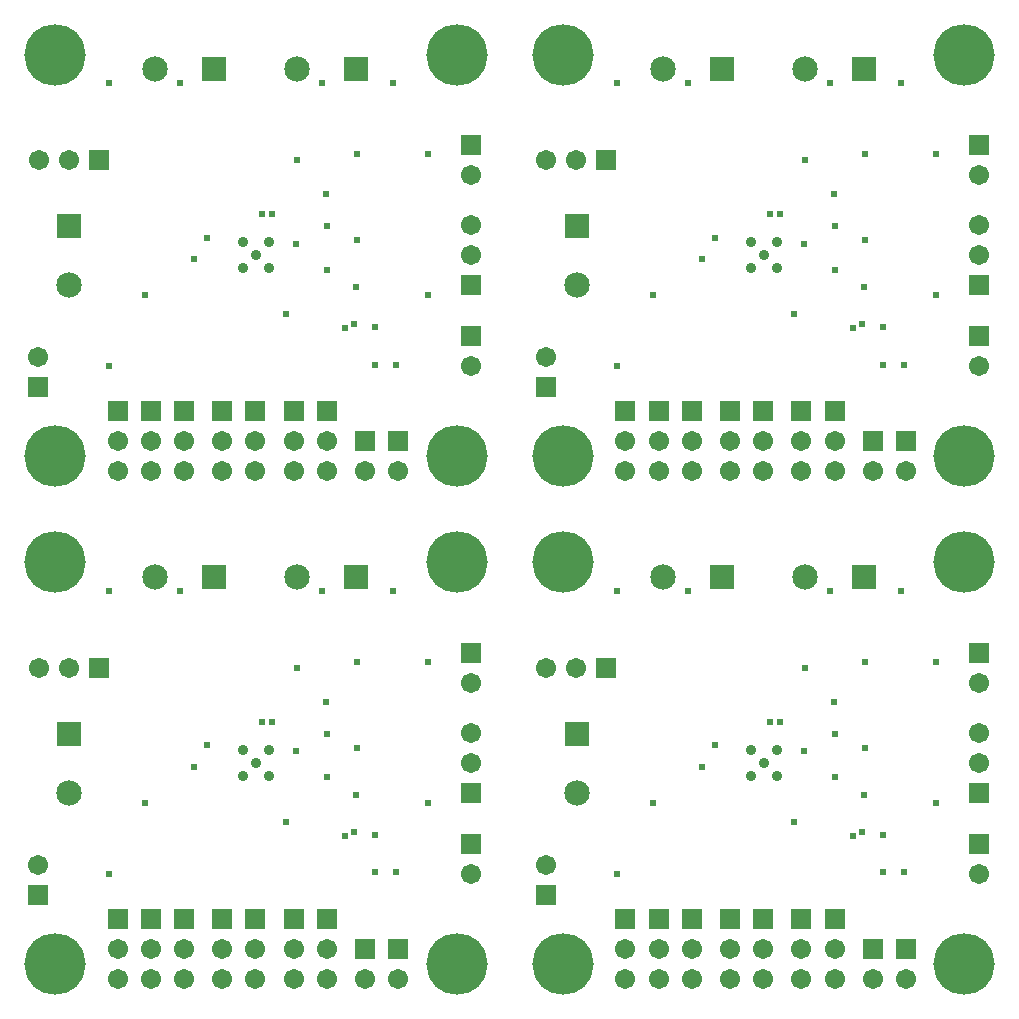
<source format=gbs>
%MOIN*%
%OFA0B0*%
%FSLAX25Y25*%
%IPPOS*%
%LPD*%
%ADD24R,0.06706X0.06706*%
%ADD25C,0.06706*%
%ADD26R,0.06706X0.06706*%
%ADD27C,0.08477*%
%ADD28R,0.08477X0.08477*%
%ADD29R,0.08477X0.08477*%
%ADD30C,0.20485000000000003*%
%ADD31C,0.02375*%
%ADD32C,0.03556*%
%ADD43R,0.06706X0.06706*%
%ADD44C,0.06706*%
%ADD45R,0.06706X0.06706*%
%ADD46C,0.08477*%
%ADD47R,0.08477X0.08477*%
%ADD48R,0.08477X0.08477*%
%ADD49C,0.20485000000000003*%
%ADD50C,0.02375*%
%ADD51C,0.03556*%
%ADD52R,0.06706X0.06706*%
%ADD53C,0.06706*%
%ADD54R,0.06706X0.06706*%
%ADD55C,0.08477*%
%ADD56R,0.08477X0.08477*%
%ADD57R,0.08477X0.08477*%
%ADD58C,0.20485000000000003*%
%ADD59C,0.02375*%
%ADD60C,0.03556*%
%ADD61R,0.06706X0.06706*%
%ADD62C,0.06706*%
%ADD63R,0.06706X0.06706*%
%ADD64C,0.08477*%
%ADD65R,0.08477X0.08477*%
%ADD66R,0.08477X0.08477*%
%ADD67C,0.20485000000000003*%
%ADD68C,0.02375*%
%ADD69C,0.03556*%
G01*
G75*
D24*
X0006102Y0271101D02*
D03*
X0054723Y0263149D02*
D03*
X0043701Y0263149D02*
D03*
X0032677Y0263149D02*
D03*
X0126181Y0253148D02*
D03*
X0078543Y0263149D02*
D03*
X0115157Y0253148D02*
D03*
X0067520Y0263149D02*
D03*
X0091337Y0263149D02*
D03*
X0102362Y0263149D02*
D03*
X0150393Y0304959D02*
D03*
X0150393Y0288188D02*
D03*
X0150393Y0351574D02*
D03*
D25*
X0006102Y0281102D02*
D03*
X0016339Y0346850D02*
D03*
X0006339Y0346850D02*
D03*
X0054723Y0253148D02*
D03*
X0054723Y0243149D02*
D03*
X0043701Y0253148D02*
D03*
X0043701Y0243149D02*
D03*
X0032677Y0253148D02*
D03*
X0032677Y0243149D02*
D03*
X0126181Y0243149D02*
D03*
X0078543Y0253148D02*
D03*
X0078543Y0243149D02*
D03*
X0115157Y0243149D02*
D03*
X0067520Y0253148D02*
D03*
X0067520Y0243149D02*
D03*
X0091337Y0253148D02*
D03*
X0091337Y0243149D02*
D03*
X0102362Y0253148D02*
D03*
X0102362Y0243149D02*
D03*
X0150393Y0324960D02*
D03*
X0150393Y0314960D02*
D03*
X0150393Y0278189D02*
D03*
X0150393Y0341574D02*
D03*
D26*
X0026339Y0346850D02*
D03*
D27*
X0016535Y0305119D02*
D03*
X0092521Y0377165D02*
D03*
X0045276Y0377165D02*
D03*
D28*
X0016535Y0324804D02*
D03*
D29*
X0112206Y0377165D02*
D03*
X0064961Y0377165D02*
D03*
D30*
X0011811Y0248030D02*
D03*
X0145669Y0381889D02*
D03*
X0011811Y0381889D02*
D03*
X0145669Y0248030D02*
D03*
D31*
X0136221Y0348818D02*
D03*
X0136221Y0301574D02*
D03*
X0124408Y0372441D02*
D03*
X0112599Y0348818D02*
D03*
X0100787Y0372441D02*
D03*
X0053542Y0372441D02*
D03*
X0041732Y0301574D02*
D03*
X0029920Y0372441D02*
D03*
X0029920Y0277952D02*
D03*
X0062598Y0320865D02*
D03*
X0088779Y0295472D02*
D03*
X0102559Y0324803D02*
D03*
X0102559Y0310236D02*
D03*
X0112205Y0304330D02*
D03*
X0092126Y0318897D02*
D03*
X0102165Y0335433D02*
D03*
X0092520Y0346850D02*
D03*
X0118504Y0278543D02*
D03*
X0125394Y0278543D02*
D03*
X0084252Y0328740D02*
D03*
X0080709Y0328740D02*
D03*
X0058268Y0313581D02*
D03*
X0118504Y0291141D02*
D03*
X0108464Y0290748D02*
D03*
X0111417Y0292125D02*
D03*
X0112598Y0320077D02*
D03*
D32*
X0083071Y0319291D02*
D03*
X0083071Y0310630D02*
D03*
X0078740Y0314960D02*
D03*
X0074409Y0319291D02*
D03*
X0074409Y0310630D02*
D03*
G04 next file*
G04*
G04 #@! TF.GenerationSoftware,Altium Limited,Altium Designer,21.7.2 (23)*
G04*
G04 Layer_Color=16711935*
G04 skipping 70
G04*
G04 #@! TF.SameCoordinates,3D67BF19-0A55-4891-8FEB-F4BE30BF2CF6*
G04*
G04*
G04 #@! TF.FilePolarity,Negative*
G04*
G01*
G75*
D43*
X0175393Y0271101D02*
D03*
X0224015Y0263149D02*
D03*
X0212991Y0263149D02*
D03*
X0201968Y0263149D02*
D03*
X0295472Y0253148D02*
D03*
X0247834Y0263149D02*
D03*
X0284448Y0253148D02*
D03*
X0236811Y0263149D02*
D03*
X0260630Y0263149D02*
D03*
X0271652Y0263149D02*
D03*
X0319685Y0304959D02*
D03*
X0319685Y0288188D02*
D03*
X0319685Y0351574D02*
D03*
D44*
X0175393Y0281102D02*
D03*
X0185630Y0346850D02*
D03*
X0175630Y0346850D02*
D03*
X0224015Y0253148D02*
D03*
X0224015Y0243149D02*
D03*
X0212991Y0253148D02*
D03*
X0212991Y0243149D02*
D03*
X0201968Y0253148D02*
D03*
X0201968Y0243149D02*
D03*
X0295472Y0243149D02*
D03*
X0247834Y0253148D02*
D03*
X0247834Y0243149D02*
D03*
X0284448Y0243149D02*
D03*
X0236811Y0253148D02*
D03*
X0236811Y0243149D02*
D03*
X0260630Y0253148D02*
D03*
X0260630Y0243149D02*
D03*
X0271652Y0253148D02*
D03*
X0271652Y0243149D02*
D03*
X0319685Y0324960D02*
D03*
X0319685Y0314960D02*
D03*
X0319685Y0278189D02*
D03*
X0319685Y0341574D02*
D03*
D45*
X0195630Y0346850D02*
D03*
D46*
X0185826Y0305119D02*
D03*
X0261811Y0377165D02*
D03*
X0214567Y0377165D02*
D03*
D47*
X0185826Y0324804D02*
D03*
D48*
X0281497Y0377165D02*
D03*
X0234252Y0377165D02*
D03*
D49*
X0181102Y0248030D02*
D03*
X0314960Y0381889D02*
D03*
X0181102Y0381889D02*
D03*
X0314960Y0248030D02*
D03*
D50*
X0305512Y0348818D02*
D03*
X0305512Y0301574D02*
D03*
X0293700Y0372441D02*
D03*
X0281890Y0348818D02*
D03*
X0270078Y0372441D02*
D03*
X0222834Y0372441D02*
D03*
X0211023Y0301574D02*
D03*
X0199212Y0372441D02*
D03*
X0199212Y0277952D02*
D03*
X0231889Y0320865D02*
D03*
X0258070Y0295472D02*
D03*
X0271849Y0324803D02*
D03*
X0271849Y0310236D02*
D03*
X0281496Y0304330D02*
D03*
X0261417Y0318897D02*
D03*
X0271455Y0335433D02*
D03*
X0261811Y0346850D02*
D03*
X0287795Y0278543D02*
D03*
X0294685Y0278543D02*
D03*
X0253542Y0328740D02*
D03*
X0250000Y0328740D02*
D03*
X0227558Y0313581D02*
D03*
X0287795Y0291141D02*
D03*
X0277756Y0290748D02*
D03*
X0280708Y0292125D02*
D03*
X0281889Y0320077D02*
D03*
D51*
X0252362Y0319291D02*
D03*
X0252362Y0310630D02*
D03*
X0248030Y0314960D02*
D03*
X0243701Y0319291D02*
D03*
X0243701Y0310630D02*
D03*
G04 next file*
G04*
G04 #@! TF.GenerationSoftware,Altium Limited,Altium Designer,21.7.2 (23)*
G04*
G04 Layer_Color=16711935*
G04 skipping 70
G04*
G04 #@! TF.SameCoordinates,3D67BF19-0A55-4891-8FEB-F4BE30BF2CF6*
G04*
G04*
G04 #@! TF.FilePolarity,Negative*
G04*
G01*
G75*
D52*
X0006102Y0101811D02*
D03*
X0054723Y0093858D02*
D03*
X0043701Y0093858D02*
D03*
X0032677Y0093858D02*
D03*
X0126181Y0083858D02*
D03*
X0078543Y0093858D02*
D03*
X0115157Y0083858D02*
D03*
X0067520Y0093858D02*
D03*
X0091337Y0093858D02*
D03*
X0102362Y0093858D02*
D03*
X0150393Y0135669D02*
D03*
X0150393Y0118897D02*
D03*
X0150393Y0182283D02*
D03*
D53*
X0006102Y0111811D02*
D03*
X0016339Y0177558D02*
D03*
X0006339Y0177558D02*
D03*
X0054723Y0083858D02*
D03*
X0054723Y0073858D02*
D03*
X0043701Y0083858D02*
D03*
X0043701Y0073858D02*
D03*
X0032677Y0083858D02*
D03*
X0032677Y0073858D02*
D03*
X0126181Y0073858D02*
D03*
X0078543Y0083858D02*
D03*
X0078543Y0073858D02*
D03*
X0115157Y0073858D02*
D03*
X0067520Y0083858D02*
D03*
X0067520Y0073858D02*
D03*
X0091337Y0083858D02*
D03*
X0091337Y0073858D02*
D03*
X0102362Y0083858D02*
D03*
X0102362Y0073858D02*
D03*
X0150393Y0155669D02*
D03*
X0150393Y0145669D02*
D03*
X0150393Y0108898D02*
D03*
X0150393Y0172283D02*
D03*
D54*
X0026339Y0177558D02*
D03*
D55*
X0016535Y0135828D02*
D03*
X0092521Y0207873D02*
D03*
X0045276Y0207873D02*
D03*
D56*
X0016535Y0155513D02*
D03*
D57*
X0112206Y0207873D02*
D03*
X0064961Y0207873D02*
D03*
D58*
X0011811Y0078740D02*
D03*
X0145669Y0212598D02*
D03*
X0011811Y0212598D02*
D03*
X0145669Y0078740D02*
D03*
D59*
X0136221Y0179528D02*
D03*
X0136221Y0132282D02*
D03*
X0124408Y0203150D02*
D03*
X0112599Y0179528D02*
D03*
X0100787Y0203150D02*
D03*
X0053542Y0203150D02*
D03*
X0041732Y0132282D02*
D03*
X0029920Y0203150D02*
D03*
X0029920Y0108661D02*
D03*
X0062598Y0151575D02*
D03*
X0088779Y0126181D02*
D03*
X0102559Y0155512D02*
D03*
X0102559Y0140945D02*
D03*
X0112205Y0135039D02*
D03*
X0092126Y0149606D02*
D03*
X0102165Y0166142D02*
D03*
X0092520Y0177558D02*
D03*
X0118504Y0109252D02*
D03*
X0125394Y0109252D02*
D03*
X0084252Y0159449D02*
D03*
X0080709Y0159449D02*
D03*
X0058268Y0144291D02*
D03*
X0118504Y0121849D02*
D03*
X0108464Y0121457D02*
D03*
X0111417Y0122834D02*
D03*
X0112598Y0150787D02*
D03*
D60*
X0083071Y0149999D02*
D03*
X0083071Y0141339D02*
D03*
X0078740Y0145669D02*
D03*
X0074409Y0149999D02*
D03*
X0074409Y0141339D02*
D03*
G04 next file*
G04*
G04 #@! TF.GenerationSoftware,Altium Limited,Altium Designer,21.7.2 (23)*
G04*
G04 Layer_Color=16711935*
G04 skipping 70
G04*
G04 #@! TF.SameCoordinates,3D67BF19-0A55-4891-8FEB-F4BE30BF2CF6*
G04*
G04*
G04 #@! TF.FilePolarity,Negative*
G04*
G01*
G75*
D61*
X0175393Y0101811D02*
D03*
X0224015Y0093858D02*
D03*
X0212991Y0093858D02*
D03*
X0201968Y0093858D02*
D03*
X0295472Y0083858D02*
D03*
X0247834Y0093858D02*
D03*
X0284448Y0083858D02*
D03*
X0236811Y0093858D02*
D03*
X0260630Y0093858D02*
D03*
X0271652Y0093858D02*
D03*
X0319685Y0135669D02*
D03*
X0319685Y0118897D02*
D03*
X0319685Y0182283D02*
D03*
D62*
X0175393Y0111811D02*
D03*
X0185630Y0177558D02*
D03*
X0175630Y0177558D02*
D03*
X0224015Y0083858D02*
D03*
X0224015Y0073858D02*
D03*
X0212991Y0083858D02*
D03*
X0212991Y0073858D02*
D03*
X0201968Y0083858D02*
D03*
X0201968Y0073858D02*
D03*
X0295472Y0073858D02*
D03*
X0247834Y0083858D02*
D03*
X0247834Y0073858D02*
D03*
X0284448Y0073858D02*
D03*
X0236811Y0083858D02*
D03*
X0236811Y0073858D02*
D03*
X0260630Y0083858D02*
D03*
X0260630Y0073858D02*
D03*
X0271652Y0083858D02*
D03*
X0271652Y0073858D02*
D03*
X0319685Y0155669D02*
D03*
X0319685Y0145669D02*
D03*
X0319685Y0108898D02*
D03*
X0319685Y0172283D02*
D03*
D63*
X0195630Y0177558D02*
D03*
D64*
X0185826Y0135828D02*
D03*
X0261811Y0207873D02*
D03*
X0214567Y0207873D02*
D03*
D65*
X0185826Y0155513D02*
D03*
D66*
X0281497Y0207873D02*
D03*
X0234252Y0207873D02*
D03*
D67*
X0181102Y0078740D02*
D03*
X0314960Y0212598D02*
D03*
X0181102Y0212598D02*
D03*
X0314960Y0078740D02*
D03*
D68*
X0305512Y0179528D02*
D03*
X0305512Y0132282D02*
D03*
X0293700Y0203150D02*
D03*
X0281890Y0179528D02*
D03*
X0270078Y0203150D02*
D03*
X0222834Y0203150D02*
D03*
X0211023Y0132282D02*
D03*
X0199212Y0203150D02*
D03*
X0199212Y0108661D02*
D03*
X0231889Y0151575D02*
D03*
X0258070Y0126181D02*
D03*
X0271849Y0155512D02*
D03*
X0271849Y0140945D02*
D03*
X0281496Y0135039D02*
D03*
X0261417Y0149606D02*
D03*
X0271455Y0166142D02*
D03*
X0261811Y0177558D02*
D03*
X0287795Y0109252D02*
D03*
X0294685Y0109252D02*
D03*
X0253542Y0159449D02*
D03*
X0250000Y0159449D02*
D03*
X0227558Y0144291D02*
D03*
X0287795Y0121849D02*
D03*
X0277756Y0121457D02*
D03*
X0280708Y0122834D02*
D03*
X0281889Y0150787D02*
D03*
D69*
X0252362Y0149999D02*
D03*
X0252362Y0141339D02*
D03*
X0248030Y0145669D02*
D03*
X0243701Y0149999D02*
D03*
X0243701Y0141339D02*
D03*
M02*
</source>
